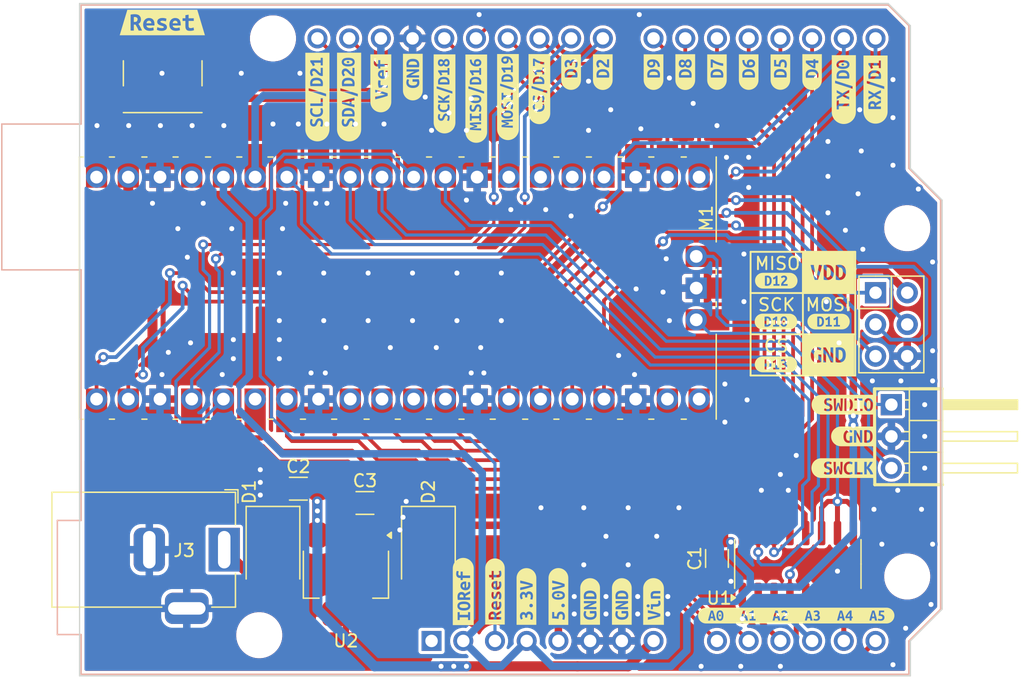
<source format=kicad_pcb>
(kicad_pcb (version 20241229) (generator "pcbnew") (generator_version "9.0")
  (layers (0 "F.Cu" signal) (2 "B.Cu" signal) (13 "F.Paste" user) (15 "B.Paste" user) (5 "F.SilkS" user "F.Silkscreen") (7 "B.SilkS" user "B.Silkscreen") (1 "F.Mask" user) (3 "B.Mask" user) (25 "Edge.Cuts" user))
  (net 0 "")
  (net 1 "VDD")
  (net 2 "GND")
  (net 3 "Net-(M1-GP26)")
  (net 4 "Net-(M1-GP27)")
  (net 5 "Net-(M1-GP28)")
  (net 7 "nRESET")
  (net 8 "VREF")
  (net 10 "VIN")
  (net 11 "Net-(A1-A0)")
  (net 12 "Net-(A1-A1)")
  (net 13 "Net-(A1-A4)")
  (net 14 "Net-(A1-A3)")
  (net 16 "Net-(A1-A2)")
  (net 17 "Net-(A1-A5)")
  (net 18 "GP20")
  (net 19 "GP6")
  (net 20 "GP18")
  (net 21 "GP4")
  (net 22 "GP7")
  (net 23 "GP0")
  (net 24 "GP16")
  (net 25 "GP9")
  (net 26 "GP17")
  (net 27 "GP21")
  (net 28 "GP19")
  (net 29 "GP5")
  (net 30 "GP3")
  (net 31 "GP2")
  (net 32 "GP1")
  (net 33 "GP8")
  (net 34 "GP14")
  (net 35 "GP15")
  (net 36 "GP22")
  (net 37 "GP11")
  (net 38 "GP12")
  (net 39 "GP10")
  (net 40 "GP13")
  (net 41 "+5V")
  (net 42 "Net-(D2-A)")
  (net 43 "Net-(D1-A)")
  (net 45 "SWCLK")
  (net 46 "SWDIO")
  (footprint "kibuzzard-6811E80A" (layer "F.Cu") (at 135.56 102.7 90)
    (property "Reference" "kibuzzard-6811E80A" (hide yes))
    (property "Value" "G***" (hide yes))
  )
  (footprint "kibuzzard-6811EEF0" (layer "F.Cu") (at 91.1354 98.73)
    (property "Reference" "kibuzzard-6811EEF0" (hide yes))
    (property "Value" "G***" (hide yes))
  )
  (footprint "kibuzzard-6811ED4D" (layer "F.Cu") (at 121.336 104.064 90)
    (property "Reference" "kibuzzard-6811ED4D" (hide yes))
    (property "Value" "G***" (hide yes))
  )
  (footprint "Capacitor_SMD:C_1206_3216Metric_Pad1.33x1.80mm_HandSolder" (layer "F.Cu") (at 135.56 141.656 -90)
    (property "Reference" "C1")
    (property "Value" "100nF")
  )
  (footprint "Package_TO_SOT_SMD:SOT-223-3_TabPin2" (layer "F.Cu") (at 105.842 142.926 -90)
    (property "Reference" "U2")
    (property "Value" "TLV1117-5.0")
  )
  (footprint "MountingHole:MountingHole_3.2mm_M3_DIN965" (layer "F.Cu") (at 150.8 115.2)
    (property "Reference" "H2" (hide yes))
    (property "Value" "MountingHole")
  )
  (footprint "kibuzzard-6811E8EF" (layer "F.Cu") (at 145.7 129.337)
    (property "Reference" "kibuzzard-6811E8EF" (hide yes))
    (property "Value" "G***" (hide yes))
  )
  (footprint "kibuzzard-681112FC" (layer "F.Cu") (at 144.5008 122.6822)
    (property "Reference" "kibuzzard-681112FC" (hide yes))
    (property "Value" "G***" (hide yes))
  )
  (footprint "kibuzzard-68111301" (layer "F.Cu") (at 140.2844 126.109049)
    (property "Reference" "kibuzzard-68111301" (hide yes))
    (property "Value" "G***" (hide yes))
  )
  (footprint "kibuzzard-6811E822" (layer "F.Cu") (at 143.18 102.7 90)
    (property "Reference" "kibuzzard-6811E822" (hide yes))
    (property "Value" "G***" (hide yes))
  )
  (footprint "kibuzzard-6811ECDC" (layer "F.Cu") (at 106.096 104.699 90)
    (property "Reference" "kibuzzard-6811ECDC" (hide yes))
    (property "Value" "G***" (hide yes))
  )
  (footprint "kibuzzard-681112F5" (layer "F.Cu") (at 140.2844 122.6822)
    (property "Reference" "kibuzzard-681112F5" (hide yes))
    (property "Value" "G***" (hide yes))
  )
  (footprint "Library:RaspberryPi_Pico" (layer "F.Cu") (at 110 120 90)
    (property "Reference" "M1")
    (property "Value" "Module_RaspberryPi_PicoW_Combined")
  )
  (footprint "kibuzzard-6811E8BA" (layer "F.Cu") (at 130.48 145.1 90)
    (property "Reference" "kibuzzard-6811E8BA" (hide yes))
    (property "Value" "G***" (hide yes))
  )
  (footprint "kibuzzard-6811E8A2" (layer "F.Cu") (at 122.86 144.7 90)
    (property "Reference" "kibuzzard-6811E8A2" (hide yes))
    (property "Value" "G***" (hide yes))
  )
  (footprint "Connector_BarrelJack:BarrelJack_Horizontal" (layer "F.Cu") (at 96.094 140.9525)
    (property "Reference" "J3")
    (property "Value" "Barrel_Jack_Switch")
  )
  (footprint "kibuzzard-681112EB" (layer "F.Cu") (at 140.3098 119.4056)
    (property "Reference" "kibuzzard-681112EB" (hide yes))
    (property "Value" "G***" (hide yes))
  )
  (footprint "Diode_SMD:D_SMB" (layer "F.Cu") (at 112.446 141.148 -90)
    (property "Reference" "D2")
    (property "Value" "~")
  )
  (footprint "MountingHole:MountingHole_3.2mm_M3_DIN965" (layer "F.Cu") (at 98.9 147.8)
    (property "Reference" "H4" (hide yes))
    (property "Value" "MountingHole")
  )
  (footprint "Library:Button_Omron_B3SN_6.0x6.0mm" (layer "F.Cu") (at 91.166 102.794 180)
    (property "Reference" "SW1" (hide yes))
    (property "Value" "Switch_Tactile_Omron")
  )
  (footprint "kibuzzard-6811E7BB" (layer "F.Cu") (at 108.636 103.6 90)
    (property "Reference" "kibuzzard-6811E7BB" (hide yes))
    (property "Value" "G***" (hide yes))
  )
  (footprint "Connector_PinHeader_2.54mm:PinHeader_1x03_P2.54mm_Horizontal" (layer "F.Cu") (at 149.53 129.337)
    (property "Reference" "J2" (hide yes))
    (property "Value" "Conn_01x03_Pin")
  )
  (footprint "kibuzzard-6811ED69" (layer "F.Cu") (at 145.72 104.1 90)
    (property "Reference" "kibuzzard-6811ED69" (hide yes))
    (property "Value" "G***" (hide yes))
  )
  (footprint "kibuzzard-68111259" (layer "F.Cu") (at 141.91 146.228)
    (property "Reference" "kibuzzard-68111259" (hide yes))
    (property "Value" "G***" (hide yes))
  )
  (footprint "kibuzzard-6811E88B" (layer "F.Cu") (at 115.24 144.3 90)
    (property "Reference" "kibuzzard-6811E88B" (hide yes))
    (property "Value" "G***" (hide yes))
  )
  (footprint "Diode_SMD:D_SMB" (layer "F.Cu") (at 100 141.148 -90)
    (property "Reference" "D1")
    (property "Value" "~")
  )
  (footprint "Capacitor_SMD:C_1206_3216Metric_Pad1.33x1.80mm_HandSolder" (layer "F.Cu") (at 102.032 136.068 180)
    (property "Reference" "C2")
    (property "Value" "1uF")
  )
  (footprint "MountingHole:MountingHole_3.2mm_M3_DIN965" (layer "F.Cu") (at 100 100)
    (property "Reference" "H1" (hide yes))
    (property "Value" "MountingHole")
  )
  (footprint "kibuzzard-68113590" (layer "F.Cu") (at 144.4754 118.7452)
    (property "Reference" "kibuzzard-68113590" (hide yes))
    (property "Value" "G***" (hide yes))
  )
  (footprint "kibuzzard-6811E7FD" (layer "F.Cu") (at 130.48 102.7 90)
    (property "Reference" "kibuzzard-6811E7FD" (hide yes))
    (property "Value" "G***" (hide yes))
  )
  (footprint "kibuzzard-6811E89B" (layer "F.Cu") (at 120.3 144.7 90)
    (property "Reference" "kibuzzard-6811E89B" (hide yes))
    (property "Value" "G***" (hide yes))
  )
  (footprint "kibuzzard-681135A2" (layer "F.Cu") (at 144.4754 125.3492)
    (property "Reference" "kibuzzard-681135A2" (hide yes))
    (property "Value" "G***" (hide yes))
  )
  (footprint "kibuzzard-6811E805" (layer "F.Cu") (at 133.02 102.7 90)
    (property "Reference" "kibuzzard-6811E805" (hide yes))
    (property "Value" "G***" (hide yes))
  )
  (footprint "kibuzzard-6811ED70" (layer "F.Cu") (at 148.26 104.1 90)
    (property "Reference" "kibuzzard-6811ED70" (hide yes))
    (property "Value" "G***" (hide yes))
  )
  (footprint "Capacitor_SMD:C_1206_3216Metric_Pad1.33x1.80mm_HandSolder" (layer "F.Cu") (at 107.366 137.211)
    (property "Reference" "C3")
    (property "Value" "1uF")
  )
  (footprint "kibuzzard-6811E8B1" (layer "F.Cu") (at 127.94 145.1 90)
    (property "Reference" "kibuzzard-6811E8B1" (hide yes))
    (property "Value" "G***" (hide yes))
  )
  (footprint "kibuzzard-6811E8E7" (layer "F.Cu") (at 146.5 131.877)
    (property "Reference" "kibuzzard-6811E8E7" (hide yes))
    (property "Value" "G***" (hide yes))
  )
  (footprint "kibuzzard-6811E893" (layer "F.Cu") (at 117.78 144.3 90)
    (property "Reference" "kibuzzard-6811E893" (hide yes))
    (property "Value" "G***" (hide yes))
  )
  (footprint "kibuzzard-6811ED38" (layer "F.Cu") (at 113.74 104.445 90)
    (property "Reference" "kibuzzard-6811ED38" (hide yes))
    (property "Value" "G***" (hide yes))
  )
  (footprint "kibuzzard-6811ED2E" (layer "F.Cu") (at 116.28 104.826 90)
    (property "Reference" "kibuzzard-6811ED2E" (hide yes))
    (property "Value" "G***" (hide yes))
  )
  (footprint "kibuzzard-6811E813" (layer "F.Cu") (at 138.1 102.7 90)
    (property "Reference" "kibuzzard-6811E813" (hide yes))
    (property "Value" "G***" (hide yes))
  )
  (footprint "kibuzzard-6811E84F" (layer "F.Cu") (at 126.416 102.7 90)
    (property "Reference" "kibuzzard-6811E84F" (hide yes))
    (property "Value" "G***" (hide yes))
  )
  (footprint "kibuzzard-6811ECD5" (layer "F.Cu") (at 103.556 104.699 90)
    (property "Reference" "kibuzzard-6811ECD5" (hide yes))
    (property "Value" "G***" (hide yes))
  )
  (footprint "Connector_PinHeader_2.54mm:PinHeader_2x03_P2.54mm_Vertical" (layer "F.Cu") (at 148.26 120.37)
    (property "Reference" "J1" (hide yes))
    (property "Value" "Conn_02x03_Odd_Even")
  )
  (footprint "kibuzzard-6811E81B" (layer "F.Cu") (at 140.64 102.7 90)
    (property "Reference" "kibuzzard-6811E81B" (hide yes))
    (property "Value" "G***" (hide yes))
  )
  (footprint "kibuzzard-6811E907" (layer "F.Cu") (at 145.7 134.417)
    (property "Reference" "kibuzzard-6811E907" (hide yes))
    (property "Value" "G***" (hide yes))
  )
  (footprint "kibuzzard-6811E8AA" (layer "F.Cu") (at 125.4 145.1 90)
    (property "Reference" "kibuzzard-6811E8AA" (hide yes))
    (property "Value" "G***" (hide yes))
  )
  (footprint "kibuzzard-6811E7F6" (layer "F.Cu") (at 123.876 102.7 90)
    (property "Reference" "kibuzzard-6811E7F6" (hide yes))
    (property "Value" "G***" (hide yes))
  )
  (footprint "kibuzzard-6811ED44" (layer "F.Cu") (at 118.82 104.699 90)
    (property "Reference" "kibuzzard-6811ED44" (hide yes))
    (property "Value" "G***" (hide yes))
  )
  (footprint "Package_SO:SOIC-16_3.9x9.9mm_P1.27mm" (layer "F.Cu") (at 142.037 142.099 90)
    (property "Reference" "U1")
    (property "Value" "SN74LV4053ADR")
  )
  (footprint "MountingHole:MountingHole_3.2mm_M3_DIN965" (layer "F.Cu") (at 150.8 143.1)
    (property "Reference" "H3" (hide yes))
    (property "Value" "MountingHole")
  )
  (footprint "kibuzzard-6811E7CA" (layer "F.Cu") (at 111.2 103.1 90)
    (property "Reference" "kibuzzard-6811E7CA" (hide yes))
    (property "Value" "G***" (hide yes))
  )
  (footprint "Module:Arduino_UNO_R3" (layer "B.Cu") (at 112.7 148.26)
    (property "Reference" "A1" (hide yes))
    (property "Value" "Arduino_Leonardo")
  )
  (gr_line (start 138.2524 120.3962) (end 146.6344 120.3962) (stroke (width 0.15)) (layer "F.SilkS"))
  (gr_line (start 138.2524 123.6982) (end 146.6344 123.6982) (stroke (width 0.15)) (layer "F.SilkS"))
  (gr_line (start 146.93 120.37) (end 146.93 121.64) (stroke (width 0.127)) (layer "F.SilkS"))
  (gr_line (start 148.175 128.067) (end 153.6 128.067) (stroke (width 0.25)) (layer "F.SilkS"))
  (gr_line (start 148.2 135.747) (end 153.63 135.747) (stroke (width 0.25)) (layer "F.SilkS"))
  (gr_line (start 148.26 119.04) (end 149.53 119.04) (stroke (width 0.127)) (layer "F.SilkS"))
  (gr_line (start 148.175 128.067) (end 148.2 135.747) (stroke (width 0.25)) (layer "F.SilkS"))
  (gr_line (start 142.4434 117.0942) (end 142.4434 127.0002) (stroke (width 0.15)) (layer "F.SilkS"))
  (gr_line (start 146.6344 127.0002) (end 146.6344 117.0942) (stroke (width 0.15)) (layer "F.SilkS"))
  (gr_line (start 138.2524 117.0942) (end 138.2524 127.0002) (stroke (width 0.15)) (layer "F.SilkS"))
  (gr_line (start 146.6344 127.0002) (end 138.2524 127.0002) (stroke (width 0.15)) (layer "F.SilkS"))
  (gr_line (start 146.6344 117.0942) (end 138.2524 117.0942) (stroke (width 0.15)) (layer "F.SilkS"))
  (gr_line (start 151.054 148.26) (end 153.594 145.72) (stroke (width 0.1)) (layer "Edge.Cuts"))
  (gr_line (start 151.054 151.054) (end 151.054 148.26) (stroke (width 0.1)) (layer "Edge.Cuts"))
  (gr_line (start 153.594 112.954) (end 151.054 110.414) (stroke (width 0.1)) (layer "Edge.Cuts"))
  (gr_line (start 84.506 151.054) (end 151.054 151.054) (stroke (width 0.1)) (layer "Edge.Cuts"))
  (gr_line (start 151.054 110.414) (end 151.054 98.984) (stroke (width 0.1)) (layer "Edge.Cuts"))
  (gr_line (start 84.506 97.206) (end 84.506 151.054) (stroke (width 0.1)) (layer "Edge.Cuts"))
  (gr_line (start 153.594 145.72) (end 153.594 112.954) (stroke (width 0.1)) (layer "Edge.Cuts"))
  (gr_line (start 149.276 97.206) (end 84.506 97.206) (stroke (width 0.1)) (layer "Edge.Cuts"))
  (gr_line (start 151.054 98.984) (end 149.276 97.206) (stroke (width 0.1)) (layer "Edge.Cuts"))
  (gr_text "SCK" (at 138.7604 121.9202 0) (layer "F.SilkS") (effects (font (size 1 1)) (justify left bottom)))
  (gr_text "MOSI" (at 142.5704 121.9202 0) (layer "F.SilkS") (effects (font (size 1 1)) (justify left bottom)))
  (gr_text "MISO" (at 138.5064 118.6182 0) (layer "F.SilkS") (effects (font (size 1 1)) (justify left bottom)))
  (gr_text "CS" (at 139.220103 125.2222 0) (layer "F.SilkS") (effects (font (size 1 1)) (justify left bottom)))
  (segment (start 135.56 139.0652) (end 135.56 140.3475) (width 0.3) (layer "F.Cu") (net 1))
  (segment (start 135.814 138.8112) (end 135.56 139.0652) (width 0.3) (layer "F.Cu") (net 1))
  (segment (start 137.592 139.624) (end 137.592 138.9636) (width 0.3) (layer "F.Cu") (net 1))
  (segment (start 137.4396 138.8112) (end 135.814 138.8112) (width 0.3) (layer "F.Cu") (net 1))
  (segment (start 147.117 118.542) (end 148.972 118.542) (width 0.6) (layer "F.Cu") (net 1))
  (segment (start 135.56 140.3475) (end 136.6653 140.3475) (width 0.8) (layer "F.Cu") (net 1))
  (segment (start 146.482 130.226) (end 146.482 119.177) (width 0.6) (layer "F.Cu") (net 1))
  (segment (start 146.482 119.177) (end 147.117 118.542) (width 0.6) (layer "F.Cu") (net 1))
  (segment (start 137.592 138.9636) (end 137.4396 138.8112) (width 0.3) (layer "F.Cu") (net 1))
  (segment (start 136.6653 140.3475) (end 136.6776 140.3352) (width 0.8) (layer "F.Cu") (net 1))
  (segment (start 146.482 130.226) (end 146.482 130.988) (width 0.6) (layer "F.Cu") (net 1))
  (segment (start 148.972 118.542) (end 150.8 120.37) (width 0.6) (layer "F.Cu") (net 1))
  (via (at 146.482 130.226) (size 0.8) (drill 0.4) (layers "F.Cu" "B.Cu") (net 1))
  (via (at 136.6776 140.3352) (size 0.8) (drill 0.4) (layers "F.Cu" "B.Cu") (net 1))
  (via (at 146.482 130.988) (size 0.8) (drill 0.4) (layers "F.Cu" "B.Cu") (net 1))
  (segment (start 100.762 133.274) (end 115.24 133.274) (width 0.6) (layer "B.Cu") (net 1))
  (segment (start 115.24 148.26) (end 117.272 150.292) (width 0.6) (layer "B.Cu") (net 1))
  (segment (start 138.227 143.942) (end 137.084 145.085) (width 0.6) (layer "B.Cu") (net 1))
  (segment (start 97.333 129.845) (end 100.762 133.274) (width 0.6) (layer "B.Cu") (net 1))
  (segment (start 97.2822 127.8638) (end 97.333 127.813) (width 0.25) (layer "B.Cu") (net 1))
  (segment (start 138.227 142.926) (end 138.227 143.942) (width 0.6) (layer "B.Cu") (net 1))
  (segment (start 98.095 114.605) (end 98.095 127.051) (width 0.6) (layer "B.Cu") (net 1))
  (segment (start 96.03 112.54) (end 98.095 114.605) (width 0.6) (layer "B.Cu") (net 1))
  (segment (start 146.482 130.988) (end 146.482 130.226) (width 0.6) (layer "B.Cu") (net 1))
  (segment (start 116.764 134.798) (end 116.764 146.736) (width 0.6) (layer "B.Cu") (net 1))
  (segment (start 136.6776 140.3352) (end 136.6776 141.3766) (width 0.6) (layer "B.Cu") (net 1))
  (segment (start 118.288 150.292) (end 120.32 148.26) (width 0.6) (layer "B.Cu") (net 1))
  (segment (start 122.352 150.292) (end 120.32 148.26) (width 0.6) (layer "B.Cu") (net 1))
  (segment (start 134.29 145.085) (end 133.147 146.228) (width 0.6) (layer "B.Cu") (net 1))
  (segment (start 146.482 130.988) (end 146.482 139.624) (width 0.6) (layer "B.Cu") (net 1))
  (segment (start 96.03 111.11) (end 96.03 112.54) (width 0.6) (layer "B.Cu") (net 1))
  (segment (start 136.6776 141.3766) (end 138.227 142.926) (width 0.6) (layer "B.Cu") (net 1))
  (segment (start 97.2822 129.7942) (end 97.2822 127.8638) (width 0.25) (layer "B.Cu") (net 1))
  (segment (start 137.084 145.085) (end 134.29 145.085) (width 0.6) (layer "B.Cu") (net 1))
  (segment (start 142.164 143.942) (end 138.227 143.942) (width 0.6) (layer "B.Cu") (net 1))
  (segment (start 98.095 127.051) (end 97.333 127.813) (width 0.6) (layer "B.Cu") (net 1))
  (segment (start 146.482 139.624) (end 142.164 143.942) (width 0.6) (layer "B.Cu") (net 1))
  (segment (start 97.333 129.845) (end 97.2822 129.7942) (width 0.25) (layer "B.Cu") (net 1))
  (segment (start 133.147 146.228) (end 133.147 149.022) (width 0.6) (layer "B.Cu") (net 1))
  (segment (start 117.272 150.292) (end 118.288 150.292) (width 0.6) (layer "B.Cu") (net 1))
  (segment (start 116.764 146.736) (end 115.24 148.26) (width 0.6) (layer "B.Cu") (net 1))
  (segment (start 131.877 150.292) (end 122.352 150.292) (width 0.6) (layer "B.Cu") (net 1))
  (segment (start 133.147 149.022) (end 131.877 150.292) (width 0.6) (layer "B.Cu") (net 1))
  (segment (start 115.24 133.274) (end 116.764 134.798) (width 0.6) (layer "B.Cu") (net 1))
  (segment (start 146.482 143.18) (end 146.482 144.574) (width 0.4) (layer "F.Cu") (net 2))
  (segment (start 108.9285 137.6805) (end 108.9285 137.211) (width 0.6) (layer "F.Cu") (net 2))
  (segment (start 108.128 138.481) (end 108.9285 137.6805) (width 0.6) (layer "F.Cu") (net 2))
  (segment (start 143.942 143.18) (end 144.45 142.672) (width 0.4) (layer "F.Cu") (net 2))
  (segment (start 135.56 143.4725) (end 136.6653 143.4725) (width 0.8) (layer "F.Cu") (net 2))
  (segment (start 145.974 142.672) (end 146.482 143.18) (width 0.4) (layer "F.Cu") (net 2))
  (segment (start 144.45 142.672) (end 145.212 142.672) (width 0.4) (layer "F.Cu") (net 2))
  (segment (start 108.128 139.762) (end 108.128 138.481) (width 0.6) (layer "F.Cu") (net 2))
  (segment (start 145.212 142.672) (end 145.974 142.672) (width 0.4) (layer "F.Cu") (net 2))
  (segment (start 108.142 139.776) (end 108.128 139.762) (width 0.6) (layer "F.Cu") (net 2))
  (segment (start 136.6653 143.4725) (end 136.6776 143.4848) (width 0.8) (layer "F.Cu") (net 2))
  (segment (start 143.942 144.574) (end 143.942 143.18) (width 0.4) (layer "F.Cu") (net 2))
  (segment (start 145.212 144.574) (end 145.212 142.672) (width 0.4) (layer "F.Cu") (net 2))
  (via (at 152.197 134.417) (size 0.8) (drill 0.4) (layers "F.Cu" "B.Cu") (net 2))
  (via (at 129.21 144.704) (size 0.8) (drill 0.4) (layers "F.Cu" "B.Cu") (net 2))
  (via (at 147.244 116.891) (size 0.8) (drill 0.4) (layers "F.Cu" "B.Cu") (net 2))
  (via (at 93.523 106.985) (size 0.8) (drill 0.4) (layers "F.Cu" "B.Cu") (net 2))
  (via (at 152.832 125.019) (size 0.8) (drill 0.4) (layers "F.Cu" "B.Cu") (net 2))
  (via (at 109.398 124.765) (size 0.8) (drill 0.4) (layers "F.Cu" "B.Cu") (net 2))
  (via (at 106.604 106.858) (size 0.8) (drill 0.4) (layers "F.Cu" "B.Cu") (net 2))
  (via (at 93.142 117.526) (size 0.8) (drill 0.4) (layers "F.Cu" "B.Cu") (net 2))
  (via (at 125.273 103.429) (size 0.8) (drill 0.4) (layers "F.Cu" "B.Cu") (net 2))
  (via (at 105.842 124.765) (size 0.8) (drill 0.4) (layers "F.Cu" "B.Cu") (net 2))
  (via (at 104.064 118.796) (size 0.8) (drill 0.4) (layers "F.Cu" "B.Cu") (net 2))
  (via (at 91.11 102.794) (size 0.8) (drill 0.4) (layers "F.Cu" "B.Cu") (net 2))
  (via (at 149.657 110.16) (size 0.8) (drill 0.4) (layers "F.Cu" "B.Cu") (net 2))
  (via (at 152.197 129.337) (size 0.8) (drill 0.4) (layers "F.Cu" "B.Cu") (net 2))
  (via (at 130.734 139.878) (size 0.8) (drill 0.4) (layers "F.Cu" "B.Cu") (net 2))
  (via (at 124.13 146.101) (size 0.8) (drill 0.4) (layers "F.Cu" "B.Cu") (net 2))
  (via (at 144.45 111.049) (size 0.8) (drill 0.4) (layers "F.Cu" "B.Cu") (net 2))
  (via (at 103.048 126.797) (size 0.8) (drill 0.4) (layers "F.Cu" "B.Cu") (net 2))
  (via (at 96.825 125.654) (size 0.8) (drill 0.4) (layers "F.Cu" "B.Cu") (net 2))
  (via (at 112.7 107.366) (size 0.8) (drill 0.4) (layers "F.Cu" "B.Cu") (net 2))
  (via (at 131.242 120.32) (size 0.8) (drill 0.4) (layers "F.Cu" "B.Cu") (net 2))
  (via (at 100.508 124.13) (size 0.8) (drill 0.4) (layers "F.Cu" "B.Cu") (net 2))
  (via (at 150.038 136.195) (size 0.8) (drill 0.4) (layers "F.Cu" "B.Cu") (net 2))
  (via (at 98.984 135.56) (size 0.8) (drill 0.4) (layers "F.Cu" "B.Cu") (net 2))
  (via (at 145.212 142.672) (size 0.8) (drill 0.4) (layers "F.Cu" "B.Cu") (net 2))
  (via (at 148.133 137.719) (size 0.8) (drill 0.4) (layers "F.Cu" "B.Cu") (net 2))
  (via (at 92.38 115.24) (size 0.8) (drill 0.4) (layers "F.Cu" "B.Cu") (net 2))
  (via (at 140.64 134.925) (size 0.8) (drill 0.4) (layers "F.Cu" "B.Cu") (net 2))
  (via (at 96.825 124.13) (size 0.8) (drill 0.4) (layers "F.Cu" "B.Cu") (net 2))
  (via (at 137.719 117.272) (size 0.8) (drill 0.4) (layers "F.Cu" "B.Cu") (net 2))
  (via (at 125.273 107.366) (size 0.8) (drill 0.4) (layers "F.Cu" "B.Cu") (net 2))
  (via (at 93.396 124.384) (size 0.8) (drill 0.4) (layers "F.Cu" "B.Cu") (net 2))
  (via (at 115.875 126.797) (size 0.8) (drill 0.4) (layers "F.Cu" "B.Cu") (net 2))
  (via (at 152.197 131.877) (size 0.8) (drill 0.4) (layers "F.Cu" "B.Cu") (net 2))
  (via (at 108.89 106.858) (size 0.8) (drill 0.4) (layers "F.Cu" "B.Cu") (net 2))
  (via (at 138.1 109.525) (size 0.8) (drill 0.4) (layers "F.Cu" "B.Cu") (net 2))
  (via (at 129.464 107.239) (size 0.8) (drill 0.4) (layers "F.Cu" "B.Cu") (net 2))
  (via (at 115.494 107.366) (size 0.8) (drill 0.4) (layers "F.Cu" "B.Cu") (net 2))
  (via (at 128.956 126.924) (size 0.8) (drill 0.4) (layers "F.Cu" "B.Cu") (net 2))
  (via (at 138.1 111.938) (size 0.8) (drill 0.4) (layers "F.Cu" "B.Cu") (net 2))
  (via (at 137.465 150.292) (size 0.8) (drill 0.4) (layers "F.Cu" "B.Cu") (net 2))
  (via (at 85.903 106.985) (size 0.8) (drill 0.4) (layers "F.Cu" "B.Cu") (net 2))
  (via (at 110.16 139.37) (size 0.8) (drill 0.4) (layers "F.Cu" "B.Cu") (net 2))
  (via (at 137.719 121.082) (size 0.8) (drill 0.4) (layers "F.Cu" "B.Cu") (net 2))
  (via (at 137.973 128.956) (size 0.8) (drill 0.4) (layers "F.Cu" "B.Cu") (net 2))
  (via (at 129.083 120.066) (size 0.8) (drill 0.4) (layers "F.Cu" "B.Cu") (net 2))
  (via (at 100 106.858) (size 0.8) (drill 0.4) (layers "F.Cu" "B.Cu") (net 2))
  (via (at 136.195 127.686) (size 0.8) (drill 0.4) (layers "F.Cu" "B.Cu") (net 2))
  (via (at 96.825 118.796) (size 0.8) (drill 0.4) (layers "F.Cu" "B.Cu") (net 2))
  (via (at 113.081 124.765) (size 0.8) (drill 0.4) (layers "F.Cu" "B.Cu") (net 2))
  (via (at 100.508 125.654) (size 0.8) (drill 0.4) (layers "F.Cu" "B.Cu") (net 2))
  (via (at 131.623 146.101) (size 0.8) (drill 0.4) (layers "F.Cu" "B.Cu") (net 2))
  (via (at 124.892 142.164) (size 0.8) (drill 0.4) (layers "F.Cu" "B.Cu") (net 2))
  (via (at 118.288 118.796) (size 0.8) (drill 0.4) (layers "F.Cu" "B.Cu") (net 2))
  (via (at 91.618 125.146) (size 0.8) (drill 0.4) (layers "F.Cu" "B.Cu") (net 2))
  (via (at 100.508 122.606) (size 0.8) (drill 0.4) (layers "F.Cu" "B.Cu") (net 2))
  (via (at 107.62 122.606) (size 0.8) (drill 0.4) (layers "F.Cu" "B.Cu") (net 2))
  (via (at 127.051 105.715) (size 0.8) (drill 0.4) (layers "F.Cu" "B.Cu") (net 2))
  (via (at 121.463 137.592) (size 0.8) (drill 0.4) (layers "F.Cu" "B.Cu") (net 2))
  (via (at 139.116 136.195) (size 0.8) (drill 0.4) (layers "F.Cu" "B.Cu") (net 2))
  (via (at 131.75 122.606) (size 0.8) (drill 0.4) (layers "F.Cu" "B.Cu") (net 2))
  (via (at 116.637 124.765) (size 0.8) (drill 0.4) (layers "F.Cu" "B.Cu") (net 2))
  (via (at 127.686 125.4) (size 0.8) (drill 0.4) (layers "F.Cu" "B.Cu") (net 2))
  (via (at 116.891 126.797) (size 0.8) (drill 0.4) (layers "F.Cu" "B.Cu") (net 2))
  (via (at 111.176 122.606) (size 0.8) (drill 0.4) (layers "F.Cu" "B.Cu") (net 2))
  (via (at 118.288 122.606) (size 0.8) (drill 0.4) (layers "F.Cu" "B.Cu") (net 2))
  (via (at 116.51 98.095) (size 0.8) (drill 0.4) (layers "F.Cu" "B.Cu") (net 2))
  (via (at 146.863 112.446) (size 0.8) (drill 0.4) (layers "F.Cu" "B.Cu") (net 2))
  (via (at 149.657 103.302) (size 0.8) (drill 0.4) (layers "F.Cu" "B.Cu") (net 2))
  (via (at 114.097 105.969) (size 0.8) (drill 0.4) (layers "F.Cu" "B.Cu") (net 2))
  (via (at 129.337 98.095) (size 0.8) (drill 0.4) (layers "F.Cu" "B.Cu") (net 2))
  (via (at 90.983 106.985) (size 0.8) (drill 0.4) (layers "F.Cu" "B.Cu") (net 2))
  (via (at 107.62 118.796) (size 0.8) (drill 0.4) (layers "F.Cu" "B.Cu") (net 2))
  (via (at 141.275 136.195) (size 0.8) (drill 0.4) (layers "F.Cu" "B.Cu") (net 2))
  (via (at 110.414 138.354) (size 0.8) (drill 0.4) (layers "F.Cu" "B.Cu") (net 2))
  (via (at 152.705 145.339) (size 0.8) (drill 0.4) (layers "F.Cu" "B.Cu") (net 2))
  (via (at 136.195 130.734) (size 0.8) (drill 0.4) (layers "F.Cu" "B.Cu") (net 2))
  (via (at 114.732 118.796) (size 0.8) (drill 0.4) (layers "F.Cu" "B.Cu") (net 2))
  (via (at 104.064 122.606) (size 0.8) (drill 0.4) (layers "F.Cu" "B.Cu") (net 2))
  (via (at 90.348 113.208) (size 0.8) (drill 0.4) (layers "F.Cu" "B.Cu") (net 2))
  (via (at 144.45 108.255) (size 0.8) (drill 0.4) (layers "F.Cu" "B.Cu") (net 2))
  (via (at 126.67 144.704) (size 0.8) (drill 0.4) (layers "F.Cu" "B.Cu") (net 2))
  (via (at 135.56 106.985) (size 0.8) (drill 0.4) (layers "F.Cu" "B.Cu") (net 2))
  (via (at 148.768 140.513) (size 0.8) (drill 0.4) (layers "F.Cu" "B.Cu") (net 2))
  (via (at 104.318 113.208) (size 0.8) (drill 0.4) (layers "F.Cu" "B.Cu") (net 2))
  (via (at 124.13 144.704) (size 0.8) (drill 0.4) (layers "F.Cu" "B.Cu") (net 2))
  (via (at 132.512 137.592) (size 0.8) (drill 0.4) (layers "F.Cu" "B.Cu") (net 2))
  (via (at 98.984 136.576) (size 0.8) (drill 0.4) (layers "F.Cu" "B.Cu") (net 2))
  (via (at 104.191 126.797) (size 0.8) (drill 0.4) (layers "F.Cu" "B.Cu") (net 2))
  (via (at 110.668 137.084) (size 0.8) (drill 0.4) (layers "F.Cu" "B.Cu") (net 2))
  (via (at 136.322 109.525) (size 0.8) (drill 0.4) (layers "F.Cu" "B.Cu") (net 2))
  (via (at 101.016 113.208) (size 0.8) (drill 0.4) (layers "F.Cu" "B.Cu") (net 2))
  (via (at 128.448 142.164) (size 0.8) (drill 0.4) (layers "F.Cu" "B.Cu") (net 2))
  (via (at 152.832 140.513) (size 0.8) (drill 0.4) (layers "F.Cu" "B.Cu") (net 2))
  (via (at 149.657 150.165) (size 0.8) (drill 0.4) (layers "F.Cu" "B.Cu") (net 2))
  (via (at 147.117 109.017) (size 0.8) (drill 0.4) (layers "F.Cu" "B.Cu") (net 2))
  (via (at 100.508 118.796) (size 0.8) (drill 0.4) (layers "F.Cu" "B.Cu") (net 2))
  (via (at 146.99 105.715) (size 0.8) (drill 0.4) (layers "F.Cu" "B.Cu") (net 2))
  (via (at 91.11 126.924) (size 0.8) (drill 0.4) (layers "F.Cu" "B.Cu") (net 2))
  (via (at 96.063 106.985) (size 0.8) (drill 0.4) (layers "F.Cu" "B.Cu") (net 2))
  (via (at 100.762 115.24) (size 0.8) (drill 0.4) (layers "F.Cu" "B.Cu") (net 2))
  (via (at 152.832 117.907) (size 0.8) (drill 0.4) (layers "F.Cu" "B.Cu") (net 2))
  (via (at 111.176 118.796) (size 0.8) (drill 0.4) (layers "F.Cu" "B.Cu") (net 2))
  (via (at 123.876 114.224) (size 0.8) (drill 0.4) (layers "F.Cu" "B.Cu") (net 2))
  (via (at 128.448 137.592) (size 0.8) (drill 0.4) (layers "F.Cu" "B.Cu") (net 2))
  (via (at 104.318 106.858) (size 0.8) (drill 0.4) (layers "F.Cu" "B.Cu") (net 2))
  (via (at 140.64 150.292) (size 0.8) (drill 0.4) (layers "F.Cu" "B.Cu") (net 2))
  (via (at 133.655 105.207) (size 0.8) (drill 0.4) (layers "F.Cu" "B.Cu") (net 2))
  (via (at 131.496 117.653) (size 0.8) (drill 0.4) (layers "F.Cu" "B.Cu") (net 2))
  (via (at 151.689 112.065) (size 0.8) (drill 0.4) (layers "F.Cu" "B.Cu") (net 2))
  (via (at 96.698 115.24) (size 0.8) (drill 0.4) (layers "F.Cu" "B.Cu") (net 2))
  (via (at 149.657 106.35) (size 0.8) (drill 0.4) (layers "F.Cu" "B.Cu") (net 2))
  (via (at 126.67 146.101) (size 0.8) (drill 0.4) (layers "F.Cu" "B.Cu") (net 2))
  (via (at 119.05 113.716) (size 0.8) (drill 0.4) (layers "F.Cu" "B.Cu") (net 2))
  (via (at 144.323 121.082) (size 0.8) (drill 0.4) (layers "F.Cu" "B.Cu") (net 2))
  (via (at 131.75 103.175) (size 0.8) (drill 0.4) (layers "F.Cu" "B.Cu") (net 2))
  (via (at 112.192 104.699) (size 0.8) (drill 0.4) (layers "F.Cu" "B.Cu") (net 2))
  (via (at 136.6776 143.4848) (size 0.8) (drill 0.4) (layers "F.Cu" "B.Cu") (net 2))
  (via (at 148.006 127.432) (size 0.8) (drill 0.4) (layers "F.Cu" "B.Cu") (net 2))
  (via (at 102.159 102.794) (size 0.8) (drill 0.4) (layers "F.Cu" "B.Cu") (net 2))
  (via (at 126.67 139.878) (size 0.8) (drill 0.4) (layers "F.Cu" "B.Cu") (net 2))
  (via (at 94.412 113.208) (size 0.8) (drill 0.4) (layers "F.Cu" "B.Cu") (net 2))
  (via (at 150.673 147.244) (size 0.8) (drill 0.4) (layers "F.Cu" "B.Cu") (net 2))
  (via (at 97.46 102.794) (size 0.8) (drill 0.4) (layers "F.Cu" "B.Cu") (net 2))
  (via (at 103.429 113.208) (size 0.8) (drill 0.4) (layers "F.Cu" "B.Cu") (net 2))
  (via (at 124.892 137.592) (size 0.8) (drill 0.4) (layers "F.Cu" "B.Cu") (net 2))
  (via (at 115.494 112.954) (size 0.8) (drill 0.4) (layers "F.Cu" "B.Cu") (net 2))
  (via (at 151.943 137.719) (size 0.8) (drill 0.4) (layers "F.Cu" "B.Cu") (net 2))
  (via (at 115.875 104.826) (size 0.8) (drill 0.4) (layers "F.Cu" "B.Cu") (net 2))
  (via (at 145.847 115.367) (size 0.8) (drill 0.4) (layers "F.Cu" "B.Cu") (net 2))
  (via (at 102.032 106.858) (size 0.8) (drill 0.4) (layers "F.Cu" "B.Cu") (net 2))
  (via (at 88.443 106.985) (size 0.8) (drill 0.4) (layers "F.Cu" "B.Cu") (net 2))
  (via (at 134.29 150.292) (size 0.8) (drill 0.4) (layers "F.Cu" "B.Cu") (net 2))
  (via (at 141.91 133.401) (size 0.8) (drill 0.4) (layers "F.Cu" "B.Cu") (net 2))
  (via (at 152.832 127.432) (size 0.8) (drill 0.4) (layers "F.Cu" "B.Cu") (net 2))
  (via (at 129.21 146.101) (size 0.8) (drill 0.4) (layers "F.Cu" "B.Cu") (net 2))
  (via (at 131.623 144.704) (size 0.8) (drill 0.4) (layers "F.Cu" "B.Cu") (net 2))
  (via (at 98.984 134.544) (size 0.8) (drill 0.4) (layers "F.Cu" "B.Cu") (net 2))
  (via (at 145.339 124.384) (size 0.8) (drill 0.4) (layers "F.Cu" "B.Cu") (net 2))
  (via (at 95.936 126.924) (size 0.8) (drill 0.4) (layers "F.Cu" "B.Cu") (net 2))
  (via (at 144.45 113.97) (size 0.8) (drill 0.4) (layers "F.Cu" "B.Cu") (net 2))
  (via (at 114.732 122.606) (size 0.8) (drill 0.4) (layers "F.Cu" "B.Cu") (net 2))
  (via (at 121.844 113.716) (size 0.8) (drill 0.4) (layers "F.Cu" "B.Cu") (net 2))
  (via (at 150.292 127.432) (size 0.8) (drill 0.4) (layers "F.Cu" "B.Cu") (net 2))
  (segment (start 141.402 144.574) (end 141.402 142.926) (width 0.3) (layer "F.Cu") (net 3))
  (via (at 141.402 142.926) (size 0.8) (drill 0.4) (layers "F.Cu" "B.Cu") (net 3))
  (segment (start 110.668 115.748) (end 121.844 115.748) (width 0.25) (layer "B.Cu") (net 3))
  (segment (start 144.45 136.068) (end 143.942 136.576) (width 0.25) (layer "B.Cu") (net 3))
  (segment (start 143.942 140.132) (end 141.402 142.672) (width 0.25) (layer "B.Cu") (net 3))
  (segment (start 121.844 115.748) (end 130.988 124.892) (width 0.25) (layer "B.Cu") (net 3))
  (segment (start 141.402 142.672) (end 141.402 142.926) (width 0.25) (layer "B.Cu") (net 3))
  (segment (start 143.942 136.576) (end 143.942 140.132) (width 0.25) (layer "B.Cu") (net 3))
  (segment (start 140.894 124.892) (end 144.45 128.448) (width 0.25) (layer "B.Cu") (net 3))
  (segment (start 108.73 113.81) (end 110.668 115.748) (width 0.25) (layer "B.Cu") (net 3))
  (segment (start 130.988 124.892) (end 140.894 124.892) (width 0.25) (layer "B.Cu") (net 3))
  (segment (start 108.73 111.11) (end 108.73 113.81) (width 0.25) (layer "B.Cu") (net 3))
  (segment (start 144.45 128.448) (end 144.45 136.068) (width 0.25) (layer "B.Cu") (net 3))
  (segment (start 138.862 139.624) (end 138.862 141.148) (width 0.3) (layer "F.Cu") (net 4))
  (via (at 138.862 141.148) (size 0.8) (drill 0.4) (layers "F.Cu" "B.Cu") (net 4))
  (segment (start 143.18 139.624) (end 140.64 142.164) (width 0.25) (layer "B.Cu") (net 4))
  (segment (start 140.64 142.164) (end 139.116 142.164) (width 0.25) (layer "B.Cu") (net 4))
  (segment (start 108.128 116.51) (end 121.59 116.51) (width 0.25) (layer "B.Cu") (net 4))
  (segment (start 121.59 116.51) (end 130.607 125.527) (width 0.25) (layer "B.Cu") (net 4))
  (segment (start 143.688 128.702) (end 143.688 135.814) (width 0.25) (layer "B.Cu") (net 4))
  (segment (start 143.18 136.322) (end 143.18 139.624) (width 0.25) (layer "B.Cu") (net 4))
  (segment (start 139.116 142.164) (end 138.862 141.91) (width 0.25) (layer "B.Cu") (net 4))
  (segment (start 140.513 125.527) (end 143.688 128.702) (width 0.25) (layer "B.Cu") (net 4))
  (segment (start 130.607 125.527) (end 140.513 125.527) (width 0.25) (layer "B.Cu") (net 4))
  (segment (start 143.688 135.814) (end 143.18 136.322) (width 0.25) (layer "B.Cu") (net 4))
  (segment (start 106.19 114.572) (end 108.128 116.51) (width 0.25) (layer "B.Cu") (net 4))
  (segment (start 138.862 141.91) (end 138.862 141.148) (width 0.25) (layer "B.Cu") (net 4))
  (segment (start 106.19 111.11) (end 106.19 114.572) (width 0.25) (layer "B.Cu") (net 4))
  (segment (start 140.132 139.624) (end 140.132 141.148) (width 0.3) (layer "F.Cu") (net 5))
  (via (at 140.132 141.148) (size 0.8) (drill 0.4) (layers "F.Cu" "B.Cu") (net 5))
  (segment (start 104.699 117.272) (end 121.336 117.272) (width 0.25) (layer "B.Cu") (net 5))
  (segment (start 142.418 139.116) (end 140.386 141.148) (width 0.25) (layer "B.Cu") (net 5))
  (segment (start 102.286 112.286) (end 102.286 114.859) (width 0.25) (layer "B.Cu") (net 5))
  (segment (start 142.926 135.306) (end 142.418 135.814) (width 0.25) (layer "B.Cu") (net 5))
  (segment (start 101.11 111.11) (end 102.286 112.286) (width 0.25) (layer "B.Cu") (net 5))
  (segment (start 102.286 114.859) (end 104.699 117.272) (width 0.25) (layer "B.Cu") (net 5))
  (segment (start 140.386 141.148) (end 140.132 141.148) (width 0.25) (layer "B.Cu") (net 5))
  (segment (start 142.418 135.814) (end 142.418 139.116) (width 0.25) (layer "B.Cu") (net 5))
  (segment (start 140.132 126.162) (end 142.926 128.956) (width 0.25) (layer "B.Cu") (net 5))
  (segment (start 130.226 126.162) (end 140.132 126.162) (width 0.25) (layer "B.Cu") (net 5))
  (segment (start 142.926 128.956) (end 142.926 135.306) (width 0.25) (layer "B.Cu") (net 5))
  (segment (start 121.336 117.272) (end 130.226 126.162) (width 0.25) (layer "B.Cu") (net 5))
  (segment (start 111.27 105.682) (end 111.27 111.11) (width 0.6) (layer "F.Cu") (net 7))
  (segment (start 110.382 104.794) (end 111.27 105.682) (width 0.6) (layer "F.Cu") (net 7))
  (segment (start 87.666 104.794) (end 110.382 104.794) (width 0.6) (layer "F.Cu") (net 7))
  (segment (start 99.873 113.589) (end 98.984 114.478) (width 0.25) (layer "B.Cu") (net 7))
  (segment (start 99.873 130.353) (end 101.524 132.004) (width 0.25) (layer "B.Cu") (net 7))
  (segment (start 111.27 111.11) (end 109.431 109.271) (width 0.25) (layer "B.Cu") (net 7))
  (segment (start 115.748 132.004) (end 117.78 134.036) (width 0.25) (layer "B.Cu") (net 7))
  (segment (start 100.889 109.271) (end 99.873 110.287) (width 0.25) (layer "B.Cu") (net 7))
  (segment (start 98.984 114.478) (end 98.984 127.051) (width 0.25) (layer "B.Cu") (net 7))
  (segment (start 117.78 134.036) (end 117.78 148.26) (width 0.25) (layer "B.Cu") (net 7))
  (segment (start 99.873 110.287) (end 99.873 113.589) (width 0.25) (layer "B.Cu") (net 7))
  (segment (start 99.873 127.94) (end 99.873 130.353) (width 0.25) (layer "B.Cu") (net 7))
  (segment (start 101.524 132.004) (end 115.748 132.004) (width 0.25) (layer "B.Cu") (net 7))
  (segment (start 109.431 109.271) (end 100.889 109.271) (width 0.25) (layer "B.Cu") (net 7))
  (segment (start 98.984 127.051) (end 99.873 127.94) (width 0.25) (layer "B.Cu") (net 7))
  (segment (start 98.57 105.24) (end 99.238 104.572) (width 0.6) (layer "B.Cu") (net 8))
  (segment (start 99.238 104.572) (end 107.62 104.572) (width 0.6) (layer "B.Cu") (net 8))
  (segment (start 107.62 104.572) (end 108.64 103.552) (width 0.6) (layer "B.Cu") (net 8))
  (segment (start 98.57 111.11) (end 98.57 105.24) (width 0.6) (layer "B.Cu") (net 8))
  (segment (start 108.64 103.552) (end 108.64 100) (width 0.6) (layer "B.Cu") (net 8))
  (segment (start 103.556 137.098) (end 103.556 139.762) (width 0.8) (layer "F.Cu") (net 10))
  (segment (start 101.016 139.748) (end 103.514 139.748) (width 0.8) (layer "F.Cu") (net 10))
  (segment (start 124.384 150.292) (end 114.478 150.292) (width 0.8) (layer "F.Cu") (net 10))
  (segment (start 103.542 136.1205) (end 103.5945 136.068) (width 0.8) (layer "F.Cu") (net 10))
  (segment (start 128.448 150.292) (end 124.384 150.292) (width 0.8) (layer "F.Cu") (net 10))
  (segment (start 130.48 148.26) (end 128.448 150.292) (width 0.8) (layer "F.Cu") (net 10))
  (segment (start 103.542 137.084) (end 103.556 137.098) (width 0.8) (layer "F.Cu") (net 10))
  (segment (start 114.478 150.292) (end 113.462 150.292) (width 0.8) (layer "F.Cu") (net 10))
  (segment (start 103.542 139.776) (end 103.542 136.1205) (width 0.8) (layer "F.Cu") (net 10))
  (segment (start 100 138.998) (end 99.882 138.998) (width 0.6) (layer "F.Cu") (net 10))
  (via (at 114.478 150.292) (size 0.8) (drill 0.4) (layers "F.Cu" "B.Cu") (net 10))
  (via (at 103.542 137.084) (size 0.8) (drill 0.4) (layers "F.Cu" "B.Cu") (net 10))
  (via (at 115.494 150.292) (size 0.8) (drill 0.4) (layers "F.Cu" "B.Cu") (net 10))
  (via (at 103.556 138.608) (size 0.8) (drill 0.4) (layers "F.Cu" "B.Cu") (net 10))
  (via (at 113.462 150.292) (size 0.8) (drill 0.4) (layers "F.Cu" "B.Cu") (net 10))
  (via (at 103.556 137.846) (size 0.8) (drill 0.4) (layers "F.Cu" "B.Cu") (net 10))
  (segment (start 108.128 150.292) (end 114.478 150.292) (width 0.8) (layer "B.Cu") (net 10))
  (segment (start 114.478 150.292) (end 115.494 150.292) (width 0.8) (layer "B.Cu") (net 10))
  (segment (start 103.556 137.098) (end 103.556 145.72) (width 0.8) (layer "B.Cu") (net 10))
  (segment (start 103.556 145.72) (end 108.128 150.292) (width 0.8) (layer "B.Cu") (net 10))
  (segment (start 103.542 137.084) (end 103.556 137.098) (width 0.8) (layer "B.Cu") (net 10))
  (segment (start 132.766 145.466) (end 135.56 148.26) (width 0.3) (layer "F.Cu") (net 11))
  (segment (start 142.672 139.624) (end 142.672 138.1) (width 0.3) (layer "F.Cu") (net 11))
  (segment (start 142.672 138.1) (end 141.91 137.338) (width 0.3) (layer "F.Cu") (net 11))
  (segment (start 134.798 137.338) (end 132.766 139.37) (width 0.3) (layer "F.Cu") (net 11))
  (segment (start 141.91 137.338) (end 134.798 137.338) (width 0.3) (layer "F.Cu") (net 11))
  (segment (start 132.766 139.37) (end 132.766 145.466) (width 0.3) (layer "F.Cu") (net 11))
  (segment (start 141.148 138.1) (end 135.052 138.1) (width 0.3) (layer "F.Cu") (net 12))
  (segment (start 133.528 139.624) (end 133.528 144.704) (width 0.3) (layer "F.Cu") (net 12))
  (segment (start 136.322 146.482) (end 138.1 148.26) (width 0.3) (layer "F.Cu") (net 12))
  (segment (start 135.052 138.1) (end 133.528 139.624) (width 0.3) (layer "F.Cu") (net 12))
  (segment (start 141.402 138.354) (end 141.148 138.1) (width 0.3) (layer "F.Cu") (net 12))
  (segment (start 135.306 146.482) (end 136.322 146.482) (width 0.3) (layer "F.Cu") (net 12))
  (segment (start 141.402 139.624) (end 141.402 138.354) (width 0.3) (layer "F.Cu") (net 12))
  (segment (start 133.528 144.704) (end 135.306 146.482) (width 0.3) (layer "F.Cu") (net 12))
  (segment (start 142.926 146.482) (end 145.466 146.482) (width 0.4) (layer "F.Cu") (net 13))
  (segment (start 142.672 144.574) (end 142.672 146.228) (width 0.4) (layer "F.Cu") (net 13))
  (segment (start 145.466 146.482) (end 145.72 146.736) (width 0.4) (layer "F.Cu") (net 13))
  (segment (start 142.672 146.228) (end 142.926 146.482) (width 0.4) (layer "F.Cu") (net 13))
  (segment (start 145.72 146.736) (end 145.72 148.26) (width 0.4) (layer "F.Cu") (net 13))
  (segment (start 137.592 144.574) (end 137.592 146.482) (width 0.4) (layer "F.Cu") (net 14))
  (via (at 137.592 146.482) (size 0.8) (drill 0.4) (layers "F.Cu" "B.Cu") (net 14))
  (segment (start 137.592 146.482) (end 141.402 146.482) (width 0.4) (layer "B.Cu") (net 14))
  (segment (start 141.402 146.482) (end 143.18 148.26) (width 0.4) (layer "B.Cu") (net 14))
  (segment (start 138.862 146.482) (end 140.64 148.26) (width 0.4) (layer "F.Cu") (net 16))
  (segment (start 138.862 144.574) (end 138.862 146.482) (width 0.4) (layer "F.Cu") (net 16))
  (segment (start 140.386 146.482) (end 141.656 146.482) (width 0.4) (layer "F.Cu") (net 17))
  (segment (start 142.418 149.784) (end 146.736 149.784) (width 0.4) (layer "F.Cu") (net 17))
  (segment (start 141.91 146.736) (end 141.91 149.276) (width 0.4) (layer "F.Cu") (net 17))
  (segment (start 140.132 144.574) (end 140.132 146.228) (width 0.4) (layer "F.Cu") (net 17))
  (segment (start 146.736 149.784) (end 148.26 148.26) (width 0.4) (layer "F.Cu") (net 17))
  (segment (start 141.91 149.276) (end 142.418 149.784) (width 0.4) (layer "F.Cu") (net 17))
  (segment (start 141.656 146.482) (end 141.91 146.736) (width 0.4) (layer "F.Cu") (net 17))
  (segment (start 140.132 146.228) (end 140.386 146.482) (width 0.4) (layer "F.Cu") (net 17))
  (segment (start 108.64 102.54) (end 117.272 102.54) (width 0.3) (layer "F.Cu") (net 18))
  (segment (start 121.43 106.698) (end 121.43 111.11) (width 0.3) (layer "F.Cu") (net 18))
  (segment (start 117.272 102.54) (end 121.43 106.698) (width 0.3) (layer "F.Cu") (net 18))
  (segment (start 106.1 100) (end 108.64 102.54) (width 0.3) (layer "F.Cu") (net 18))
  (segment (start 111.684 133.02) (end 108.658 133.02) (width 0.3) (layer "F.Cu") (net 19))
  (segment (start 114.732 134.544) (end 113.97 133.782) (width 0.3) (layer "F.Cu") (net 19))
  (segment (start 141.656 129.972) (end 137.084 134.544) (width 0.3) (layer "F.Cu") (net 19))
  (segment (start 113.97 133.782) (end 112.446 133.782) (width 0.3) (layer "F.Cu") (net 19))
  (segment (start 141.656 107.62) (end 141.656 129.972) (width 0.3) (layer "F.Cu") (net 19))
  (segment (start 138.1 104.064) (end 141.656 107.62) (width 0.3) (layer "F.Cu") (net 19))
  (segment (start 138.1 100) (end 138.1 104.064) (width 0.3) (layer "F.Cu") (net 19))
  (segment (start 112.446 133.782) (end 111.684 133.02) (width 0.3) (layer "F.Cu") (net 19))
  (segment (start 137.084 134.544) (end 114.732 134.544) (width 0.3) (layer "F.Cu") (net 19))
  (segment (start 108.658 133.02) (end 106.19 130.552) (width 0.3) (layer "F.Cu") (net 19))
  (segment (start 106.19 130.552) (end 106.19 128.89) (width 0.3) (layer "F.Cu") (net 19))
  (segment (start 115.244 101.524) (end 113.72 100) (width 0.3) (layer "F.Cu") (net 20))
  (segment (start 122.7076 106.1976) (end 118.034 101.524) (width 0.3) (layer "F.Cu") (net 20))
  (segment (start 122.7076 112.2936) (end 122.7076 106.1976) (width 0.3) (layer "F.Cu") (net 20))
  (segment (start 123.114 112.7) (end 122.7076 112.2936) (width 0.3) (layer "F.Cu") (net 20))
  (segment (start 124.92 112.7) (end 123.114 112.7) (width 0.3) (layer "F.Cu") (net 20))
  (segment (start 118.034 101.524) (end 115.244 101.524) (width 0.3) (layer "F.Cu") (net 20))
  (segment (start 126.51 111.11) (end 124.92 112.7) (width 0.3) (layer "F.Cu") (net 20))
  (segment (start 111.938 135.306) (end 111.176 134.544) (width 0.3) (layer "F.Cu") (net 21))
  (segment (start 137.592 136.068) (end 114.224 136.068) (width 0.3) (layer "F.Cu") (net 21))
  (segment (start 100.762 133.02) (end 98.57 130.828) (width 0.3) (layer "F.Cu") (net 21))
  (segment (start 113.462 135.306) (end 111.938 135.306) (width 0.3) (layer "F.Cu") (net 21))
  (segment (start 106.35 133.02) (end 100.762 133.02) (width 0.3) (layer "F.Cu") (net 21))
  (segment (start 111.176 134.544) (end 107.874 134.544) (width 0.3) (layer "F.Cu") (net 21))
  (segment (start 143.18 100) (end 143.18 130.48) (width 0.3) (layer "F.Cu") (net 21))
  (segment (start 107.874 134.544) (end 106.35 133.02) (width 0.3) (layer "F.Cu") (net 21))
  (segment (start 143.18 130.48) (end 137.592 136.068) (width 0.3) (layer "F.Cu") (net 21))
  (segment (start 98.57 130.828) (end 98.57 128.89) (width 0.3) (layer "F.Cu") (net 21))
  (segment (start 114.224 136.068) (end 113.462 135.306) (width 0.3) (layer "F.Cu") (net 21))
  (segment (start 140.894 129.718) (end 136.83 133.782) (width 0.3) (layer "F.Cu") (net 22))
  (segment (start 114.224 133.02) (end 112.7 133.02) (width 0.3) (layer "F.Cu") (net 22))
  (segment (start 111.927 132.247) (end 110.425 132.247) (width 0.3) (layer "F.Cu") (net 22))
  (segment (start 114.986 133.782) (end 114.224 133.02) (width 0.3) (layer "F.Cu") (net 22))
  (segment (start 108.73 130.552) (end 108.73 128.89) (width 0.3) (layer "F.Cu") (net 22))
  (segment (start 110.425 132.247) (end 108.73 130.552) (width 0.3) (layer "F.Cu") (net 22))
  (segment (start 135.56 100) (end 135.56 102.667) (width 0.3) (layer "F.Cu") (net 22))
  (segment (start 140.894 108.001) (end 140.894 129.718) (width 0.3) (layer "F.Cu") (net 22))
  (segment (start 108.73 128.89) (end 108.73 130.828) (width 0.3) (layer "F.Cu") (net 22))
  (segment (start 136.83 133.782) (end 114.986 133.782) (width 0.3) (layer "F.Cu") (net 22))
  (segment (start 112.7 133.02) (end 111.927 132.247) (width 0.3) (layer "F.Cu") (net 22))
  (segment (start 135.56 102.667) (end 140.894 108.001) (width 0.3) (layer "F.Cu") (net 22))
  (segment (start 94.92 120.32) (end 119.558 120.32) (width 0.3) (layer "F.Cu") (net 23))
  (segment (start 86.411 125.527) (end 85.87 126.068) (width 0.3) (layer "F.Cu") (net 23))
  (segment (start 93.396 118.796) (end 94.92 120.32) (width 0.3) (layer "F.Cu") (net 23))
  (segment (start 119.558 120.32) (end 126.416 113.462) (width 0.3) (layer "F.Cu") (net 23))
  (segment (start 91.745 118.796) (end 93.396 118.796) (width 0.3) (layer "F.Cu") (net 23))
  (segment (start 85.87 126.068) (end 85.87 128.89) (width 0.3) (layer "F.Cu") (net 23))
  (via (at 126.416 113.462) (size 0.8) (drill 0.4) (layers "F.Cu" "B.Cu") (net 23))
  (via (at 86.411 125.527) (size 0.8) (drill 0.4) (layers "F.Cu" "B.Cu") (net 23))
  (via (at 91.745 118.796) (size 0.8) (drill 0.4) (layers "F.Cu" "B.Cu") (net 23))
  (segment (start 127.7622 111.43) (end 127.7622 109.5758) (width 0.3) (layer "B.Cu") (net 23))
  (segment (start 127.7622 111.43) (end 127.7622 112.1158) (width 0.3) (layer "B.Cu") (net 23))
  (segment (start 91.745 118.796) (end 91.745 121.209) (width 0.3) (layer "B.Cu") (net 23))
  (segment (start 85.87 128.89) (end 85.87 128.862) (width 0.3) (layer "B.Cu") (net 23))
  (segment (start 127.7622 109.5758) (end 128.956 108.382) (width 0.3) (layer "B.Cu") (net 23))
  (segment (start 138.608 108.382) (end 145.72 101.27) (width 0.3) (layer "B.Cu") (net 23))
  (segment (start 145.72 101.27) (end 145.72 100) (width 0.3) (layer "B.Cu") (net 23))
  (segment (start 87.427 125.527) (end 86.411 125.527) (width 0.3) (layer "B.Cu") (net 23))
  (segment (start 128.956 108.382) (end 138.608 108.382) (width 0.3) (layer "B.Cu") (net 23))
  (segment (start 91.745 121.209) (end 87.427 125.527) (width 0.3) (layer "B.Cu") (net 23))
  (segment (start 127.7622 112.1158) (end 126.416 113.462) (width 0.3) (layer "B.Cu") (net 23))
  (segment (start 128.448 102.032) (end 128.448 98.984) (width 0.3) (layer "F.Cu") (net 24))
  (segment (start 134.13 111.11) (end 134.13 107.714) (width 0.3) (layer "F.Cu") (net 24))
  (segment (start 127.686 98.222) (end 118.038 98.222) (width 0.3) (layer "F.Cu") (net 24))
  (segment (start 118.038 98.222) (end 116.26 100) (width 0.3) (layer "F.Cu") (net 24))
  (segment (start 128.448 98.984) (end 127.686 98.222) (width 0.3) (layer "F.Cu") (net 24))
  (segment (start 134.13 107.714) (end 128.448 102.032) (width 0.3) (layer "F.Cu") (net 24))
  (segment (start 130.48 100) (end 139.37 108.89) (width 0.3) (layer "F.Cu") (net 25))
  (segment (start 115.516 132.258) (end 113.81 130.552) (width 0.3) (layer "F.Cu") (net 25))
  (segment (start 113.81 130.552) (end 113.81 128.89) (width 0.3) (layer "F.Cu") (net 25))
  (segment (start 139.37 129.21) (end 136.322 132.258) (width 0.3) (layer "F.Cu") (net 25))
  (segment (start 139.37 108.89) (end 139.37 129.21) (width 0.3) (layer "F.Cu") (net 25))
  (segment (start 136.322 132.258) (end 115.516 132.258) (width 0.3) (layer "F.Cu") (net 25))
  (segment (start 123.368 102.032) (end 123.368 102.028) (width 0.3) (layer "F.Cu") (net 26))
  (segment (start 123.368 102.028) (end 121.34 100) (width 0.3) (layer "F.Cu") (net 26))
  (segment (start 126.162 102.032) (end 123.368 102.032) (width 0.3) (layer "F.Cu") (net 26))
  (segment (start 131.59 107.46) (end 126.162 102.032) (width 0.3) (layer "F.Cu") (net 26))
  (segment (start 131.59 111.11) (end 131.59 107.46) (width 0.3) (layer "F.Cu") (net 26))
  (segment (start 116.51 103.556) (end 107.116 103.556) (width 0.3) (layer "F.Cu") (net 27))
  (segment (start 107.116 103.556) (end 103.56 100) (width 0.3) (layer "F.Cu") (net 27))
  (segment (start 118.89 105.936) (end 116.51 103.556) (width 0.3) (layer "F.Cu") (net 27))
  (segment (start 118.89 111.11) (end 118.89 105.936) (width 0.3) (layer "F.Cu") (net 27))
  (segment (start 123.97 105.17) (end 123.97 111.11) (width 0.3) (layer "F.Cu") (net 28))
  (segment (start 118.8 100) (end 123.97 105.17) (width 0.3) (layer "F.Cu") (net 28))
  (segment (start 111.43 133.782) (end 108.382 133.782) (width 0.3) (layer "F.Cu") (net 29))
  (segment (start 137.338 135.306) (end 114.478 135.306) (width 0.3) (layer "F.Cu") (net 29))
  (segment (start 114.478 135.306) (end 113.716 134.544) (width 0.3) (layer "F.Cu") (net 29))
  (segment (start 142.418 130.226) (end 137.338 135.306) (width 0.3) (layer "F.Cu") (net 29))
  (segment (start 108.382 133.782) (end 106.858 132.258) (width 0.3) (layer "F.Cu") (net 29))
  (segment (start 112.192 134.544) (end 111.43 133.782) (width 0.3) (layer "F.Cu") (net 29))
  (segment (start 113.716 134.544) (end 112.192 134.544) (width 0.3) (layer "F.Cu") (net 29))
  (segment (start 140.64 105.334) (end 142.418 107.112) (width 0.3) (layer "F.Cu") (net 29))
  (segment (start 101.524 132.258) (end 101.11 131.844) (width 0.3) (layer "F.Cu") (net 29))
  (segment (start 101.11 131.844) (end 101.11 128.89) (width 0.3) (layer "F.Cu") (net 29))
  (segment (start 142.418 107.112) (end 142.418 130.226) (width 0.3) (layer "F.Cu") (net 29))
  (segment (start 106.858 132.258) (end 101.524 132.258) (width 0.3) (layer "F.Cu") (net 29))
  (segment (start 140.64 100) (end 140.64 105.334) (width 0.3) (layer "F.Cu") (net 29))
  (segment (start 94.412 116.51) (end 116.002 116.51) (width 0.25) (layer "F.Cu") (net 30))
  (segment (start 117.689 114.823) (end 117.689 112.7) (width 0.25) (layer "F.Cu") (net 30))
  (segment (start 116.002 116.51) (end 117.689 114.823) (width 0.25) (layer "F.Cu") (net 30))
  (via (at 117.689 112.7) (size 0.8) (drill 0.4) (layers "F.Cu" "B.Cu") (net 30))
  (via (at 94.412 116.51) (size 0.8) (drill 0.4) (layers "F.Cu" "B.Cu") (net 30))
  (segment (start 117.689 112.7) (end 117.689 106.191) (width 0.3) (layer "B.Cu") (net 30))
  (segment (start 94.412 118.542) (end 94.92 119.05) (width 0.25) (layer "B.Cu") (net 30))
  (segment (start 94.412 116.51) (end 94.412 118.542) (width 0.25) (layer "B.Cu") (net 30))
  (segment (start 94.92 119.05) (end 94.92 124.773982) (width 0.25) (layer "B.Cu") (net 30))
  (segment (start 92.634 130.48) (end 94.44 130.48) (width 0.25) (layer "B.Cu") (net 30))
  (segment (start 92.2276 127.466382) (end 92.2276 130.0736) (width 0.25) (layer "B.Cu") (net 30))
  (segment (start 92.2276 130.0736) (end 92.634 130.48) (width 0.25) (layer "B.Cu") (net 30))
  (segment (start 94.92 124.773982) (end 92.2276 127.466382) (width 0.25) (layer "B.Cu") (net 30))
  (segment (start 94.44 130.48) (end 96.03 128.89) (width 0.25) (layer "B.Cu") (net 30))
  (segment (start 117.689 106.191) (end 123.88 100) (width 0.3) (layer "B.Cu") (net 30))
  (segment (start 120.1676 115.1384) (end 120.1676 112.7) (width 0.25) (layer "F.Cu") (net 31))
  (segment (start 95.809 117.272) (end 118.034 117.272) (width 0.25) (layer "F.Cu") (net 31))
  (segment (start 95.428 117.653) (end 95.809 117.272) (width 0.25) (layer "F.Cu") (net 31))
  (segment (start 118.034 117.272) (end 120.1676 115.1384) (width 0.25) (layer "F.Cu") (net 31))
  (via (at 120.1676 112.7) (size 0.8) (drill 0.4) (layers "F.Cu" "B.Cu") (net 31))
  (via (at 95.428 117.653) (size 0.8) (drill 0.4) (layers "F.Cu" "B.Cu") (net 31))
  (segment (start 95.682 118.669) (end 95.682 125.146) (width 0.25) (layer "B.Cu") (net 31))
  (segment (start 95.428 117.653) (end 95.428 118.415) (width 0.25) (layer "B.Cu") (net 31))
  (segment (start 95.428 118.415) (end 95.682 118.669) (width 0.25) (layer "B.Cu") (net 31))
  (segment (start 93.49 127.338) (end 93.49 128.89) (width 0.25) (layer "B.Cu") (net 31))
  (segment (start 120.1676 112.7) (end 120.1676 106.2524) (width 0.3) (layer "B.Cu") (net 31))
  (segment (start 95.682 125.146) (end 93.49 127.338) (width 0.25) (layer "B.Cu") (net 31))
  (segment (start 120.1676 106.2524) (end 126.42 100) (width 0.3) (layer "B.Cu") (net 31))
  (segment (start 137.084 110.668) (end 135.052 112.7) (width 0.3) (layer "F.Cu") (net 32))
  (segment (start 129.21 112.7) (end 120.828 121.082) (width 0.3) (layer "F.Cu") (net 32))
  (segment (start 88.41 127.592) (end 89.078 126.924) (width 0.3) (layer "F.Cu") (net 32))
  (segment (start 88.41 128.89) (end 88.41 127.592) (width 0.3) (layer "F.Cu") (net 32))
  (segment (start 94.031 121.082) (end 92.761 119.812) (width 0.3) (layer "F.Cu") (net 32))
  (segment (start 89.586 126.924) (end 89.078 126.924) (width 0.3) (layer "F.Cu") (net 32))
  (segment (start 120.828 121.082) (end 94.031 121.082) (width 0.3) (layer "F.Cu") (net 32))
  (segment (start 135.052 112.7) (end 129.21 112.7) (width 0.3) (layer "F.Cu") (net 32))
  (via (at 89.586 126.924) (size 0.8) (drill 0.4) (layers "F.Cu" "B.Cu") (net 32))
  (via (at 137.084 110.668) (size 0.8) (drill 0.4) (layers "F.Cu" "B.Cu") (net 32))
  (via (at 92.761 119.812) (size 0.8) (drill 0.4) (layers "F.Cu" "B.Cu") (net 32))
  (segment (start 89.586 124.765) (end 89.586 126.924) (width 0.3) (layer "B.Cu") (net 32))
  (segment (start 137.084 110.668) (end 140.132 110.668) (width 0.3) (layer "B.Cu") (net 32))
  (segment (start 92.761 121.59) (end 89.586 124.765) (width 0.3) (layer "B.Cu") (net 32))
  (segment (start 148.26 102.54) (end 148.26 100) (width 0.3) (layer "B.Cu") (net 32))
  (segment (start 92.761 119.812) (end 92.761 121.59) (width 0.3) (layer "B.Cu") (net 32))
  (segment (start 140.132 110.668) (end 148.26 102.54) (width 0.3) (layer "B.Cu") (net 32))
  (segment (start 140.132 129.464) (end 136.576 133.02) (width 0.3) (layer "F.Cu") (net 33))
  (segment (start 111.27 130.828) (end 111.27 128.89) (width 0.3) (layer "F.Cu") (net 33))
  (segment (start 112.965 132.247) (end 111.27 130.552) (width 0.3) (layer "F.Cu") (net 33))
  (segment (start 115.24 133.02) (end 114.467 132.247) (width 0.3) (layer "F.Cu") (net 33))
  (segment (start 114.467 132.247) (end 112.965 132.247) (width 0.3) (layer "F.Cu") (net 33))
  (segment (start 133.02 100) (end 133.02 101.27) (width 0.3) (layer "F.Cu") (net 33))
  (segment (start 133.02 101.27) (end 140.132 108.382) (width 0.3) (layer "F.Cu") (net 33))
  (segment (start 140.132 108.382) (end 140.132 129.464) (width 0.3) (layer "F.Cu") (net 33))
  (segment (start 111.27 130.552) (end 111.27 128.89) (width 0.3) (layer "F.Cu") (net 33))
  (segment (start 136.576 133.02) (end 115.24 133.02) (width 0.3) (layer "F.Cu") (net 33))
  (segment (start 143.942 137.592) (end 144.45 137.084) (width 0.4) (layer "F.Cu") (net 36))
  (segment (start 145.212 139.624) (end 145.212 137.084) (width 0.4) (layer "F.Cu") (net 36))
  (segment (start 143.942 139.624) (end 143.942 137.592) (width 0.4) (layer "F.Cu") (net 36))
  (segment (start 145.212 137.084) (end 145.974 137.084) (width 0.4) (layer "F.Cu") (net 36))
  (segment (start 146.482 137.592) (end 146.482 139.624) (width 0.4) (layer "F.Cu") (net 36))
  (segment (start 144.45 137.084) (end 145.212 137.084) (width 0.4) (layer "F.Cu") (net 36))
  (segment (start 145.974 137.084) (end 146.482 137.592) (width 0.4) (layer "F.Cu") (net 36))
  (via (at 145.212 137.084) (size 0.8) (drill 0.4) (layers "F.Cu" "B.Cu") (net 36))
  (segment (start 115.748 114.986) (end 122.225 114.986) (width 0.25) (layer "B.Cu") (net 36))
  (segment (start 141.275 124.257) (end 145.212 128.194) (width 0.25) (layer "B.Cu") (net 36))
  (segment (start 113.81 113.048) (end 115.748 114.986) (width 0.25) (layer "B.Cu") (net 36))
  (segment (start 122.225 114.986) (end 131.496 124.257) (width 0.25) (layer "B.Cu") (net 36))
  (segment (start 131.496 124.257) (end 141.275 124.257) (width 0.25) (layer "B.Cu") (net 36))
  (segment (start 113.81 111.11) (end 113.81 113.048) (width 0.25) (layer "B.Cu") (net 36))
  (segment (start 145.212 128.194) (end 145.212 137.084) (width 0.25) (layer "B.Cu") (net 36))
  (segment (start 136.068 114.224) (end 130.226 114.224) (width 0.3) (layer "F.Cu") (net 37))
  (segment (start 136.322 113.97) (end 136.068 114.224) (width 0.3) (layer "F.Cu") (net 37))
  (segment (start 121.43 123.02) (end 121.43 128.89) (width 0.3) (layer "F.Cu") (net 37))
  (segment (start 130.226 114.224) (end 121.43 123.02) (width 0.3) (layer "F.Cu") (net 37))
  (via (at 136.322 113.97) (size 0.8) (drill 0.4) (layers "F.Cu" "B.Cu") (net 37))
  (segment (start 149.53 119.304) (end 149.53 121.64) (width 0.3) (layer "B.Cu") (net 37))
  (segment (start 146.228 119.05) (end 149.276 119.05) (width 0.3) (layer "B.Cu") (net 37))
  (segment (start 149.53 121.64) (end 150.8 122.91) (width 0.3) (layer "B.Cu") (net 37))
  (segment (start 136.322 113.97) (end 141.148 113.97) (width 0.3) (layer "B.Cu") (net 37))
  (segment (start 149.276 119.05) (end 149.53 119.304) (width 0.3) (layer "B.Cu") (net 37))
  (segment (start 141.148 113.97) (end 146.228 119.05) (width 0.3) (layer "B.Cu") (net 37))
  (segment (start 123.97 128.89) (end 123.97 122.004) (width 0.3) (layer "F.Cu") (net 38))
  (segment (start 130.988 114.986) (end 137.084 114.986) (width 0.3) (layer "F.Cu") (net 38))
  (segment (start 123.97 122.004) (end 130.988 114.986) (width 0.3) (layer "F.Cu") (net 38))
  (via (at 137.084 114.986) (size 0.8) (drill 0.4) (layers "F.Cu" "B.Cu") (net 38))
  (segment (start 137.338 115.24) (end 137.084 114.986) (width 0.3) (layer "B.Cu") (net 38))
  (segment (start 141.148 115.24) (end 137.338 115.24) (width 0.3) (layer "B.Cu") (net 38))
  (segment (start 148.26 120.37) (end 146.278 120.37) (width 0.3) (layer "B.Cu") (net 38))
  (segment (start 146.278 120.37) (end 141.148 115.24) (width 0.3) (layer "B.Cu") (net 38))
  (segment (start 129.718 113.462) (end 118.89 124.29) (width 0.3) (layer "F.Cu") (net 39))
  (segment (start 135.433 113.462) (end 129.718 113.462) (width 0.3) (layer "F.Cu") (net 39))
  (segment (start 137.084 112.954) (end 135.941 112.954) (width 0.3) (layer "F.Cu") (net 39))
  (segment (start 135.941 112.954) (end 135.433 113.462) (width 0.3) (layer "F.Cu") (net 39))
  (segment (start 118.89 124.29) (end 118.89 128.89) (width 0.3) (layer "F.Cu") (net 39))
  (via (at 137.084 112.954) (size 0.8) (drill 0.4) (layers "F.Cu" "B.Cu") (net 39))
  (segment (start 151.816 124.13) (end 149.48 124.13) (width 0.3) (layer "B.Cu") (net 39))
  (segment (start 146.736 118.288) (end 151.308 118.288) (width 0.3) (layer "B.Cu") (net 39))
  (segment (start 137.084 112.954) (end 141.402 112.954) (width 0.3) (layer "B.Cu") (net 39))
  (segment (start 152.324 123.622) (end 151.816 124.13) (width 0.3) (layer "B.Cu") (net 39))
  (segment (start 149.48 124.13) (end 148.26 122.91) (width 0.3) (layer "B.Cu") (net 39))
  (segment (start 141.402 112.954) (end 146.736 118.288) (width 0.3) (layer "B.Cu") (net 39))
  (segment (start 151.308 118.288) (end 152.324 119.304) (width 0.3) (layer "B.Cu") (net 39))
  (segment (start 152.324 119.304) (end 152.324 123.622) (width 0.3) (layer "B.Cu") (net 39))
  (segment (start 126.51 120.988) (end 126.51 128.89) (width 0.3) (layer "F.Cu") (net 40))
  (segment (start 131.242 116.256) (end 126.51 120.988) (width 0.3) (layer "F.Cu") (net 40))
  (via (at 131.242 116.256) (size 0.8) (drill 0.4) (layers "F.Cu" "B.Cu") (net 40))
  (segment (start 146.736 121.844) (end 146.736 123.926) (width 0.3) (layer "B.Cu") (net 40))
  (segment (start 136.322 115.748) (end 136.576 116.002) (width 0.3) (layer "B.Cu") (net 40))
  (segment (start 140.894 116.002) (end 146.736 121.844) (width 0.3) (layer "B.Cu") (net 40))
  (segment (start 146.736 123.926) (end 148.26 125.45) (width 0.3) (layer "B.Cu") (net 40))
  (segment (start 136.576 116.002) (end 140.894 116.002) (width 0.3) (layer "B.Cu") (net 40))
  (segment (start 131.242 116.256) (end 131.75 115.748) (width 0.3) (layer "B.Cu") (net 40))
  (segment (start 131.75 115.748) (end 136.322 115.748) (width 0.3) (layer "B.Cu") (net 40))
  (segment (start 90.348 115.494) (end 88.41 113.556) (width 0.8) (layer "F.Cu") (net 41))
  (segment (start 87.046 132.766) (end 87.046 132.639) (width 0.3) (layer "F.Cu") (net 41))
  (segment (start 107.366 135.433) (end 110.795 135.433) (width 0.6) (layer "F.Cu") (net 41))
  (segment (start 122.86 139.878) (end 121.98 138.998) (width 0.6) (layer "F.Cu") (net 41))
  (segment (start 90.348 124.0792) (end 90.348 115.494) (width 0.8) (layer "F.Cu") (net 41))
  (segment (start 105.969 134.036) (end 107.366 135.433) (width 0.6) (layer "F.Cu") (net 41))
  (segment (start 100.381 134.036) (end 105.969 134.036) (width 0.6) (layer "F.Cu") (net 41))
  (segment (start 110.795 135.433) (end 112.446 137.084) (width 0.6) (layer "F.Cu") (net 41))
  (segment (start 112.446 137.084) (end 112.446 138.998) (width 0.6) (layer "F.Cu") (net 41))
  (segment (start 87.046 132.766) (end 99.111 132.766) (width 0.6) (layer "F.Cu") (net 41))
  (segment (start 88.41 113.556) (end 88.41 111.11) (width 0.8) (layer "F.Cu") (net 41))
  (segment (start 122.86 148.26) (end 122.86 139.878) (width 0.6) (layer "F.Cu") (net 41))
  (segment (start 121.98 138.998) (end 111.684 138.998) (width 0.6) (layer "F.Cu") (net 41))
  (segment (start 87.1476 132.5374) (end 87.1476 127.2796) (width 0.3) (layer "F.Cu") (net 41))
  (segment (start 87.046 132.639) (end 87.1476 132.5374) (width 0.3) (layer "F.Cu") (net 41))
  (segment (start 87.1476 127.2796) (end 90.348 124.0792) (width 0.8) (layer "F.Cu") (net 41))
  (segment (start 99.111 132.766) (end 100.381 134.036) (width 0.6) (layer "F.Cu") (net 41))
  (segment (start 105.842 139.776) (end 105.842 137.1225) (width 0.8) (layer "F.Cu") (net 42))
  (segment (start 105.842 137.1225) (end 105.8035 137.084) (width 0.8) (layer "F.Cu") (net 42))
  (segment (start 105.8035 139.7375) (end 105.842 139.776) (width 0.8) (layer "F.Cu") (net 42))
  (segment (start 98.4395 143.298) (end 100 143.298) (width 0.8) (layer "F.Cu") (net 43))
  (segment (start 96.094 140.9525) (end 98.4395 143.298) (width 0.8) (layer "F.Cu") (net 43))
  (segment (start 134.982 123.622) (end 141.783 123.622) (width 0.25) (layer "B.Cu") (net 45))
  (segment (start 147.7 132.6) (end 149.5 134.4) (width 0.25) (layer "B.Cu") (net 45))
  (segment (start 147.7 129.539) (end 147.7 132.6) (width 0.25) (layer "B.Cu") (net 45))
  (segment (start 141.783 123.622) (end 147.7 129.539) (width 0.25) (layer "B.Cu") (net 45))
  (segment (start 133.9 122.54) (end 134.982 123.622) (width 0.25) (layer "B.Cu") (net 45))
  (segment (start 135.56 117.78) (end 135.56 122.225) (width 0.25) (layer "B.Cu") (net 46))
  (segment (start 148.37 129.32) (end 149.5 129.32) (width 0.25) (layer "B.Cu") (net 46))
  (segment (start 133.9 117.46) (end 135.24 117.46) (width 0.25) (layer "B.Cu") (net 46))
  (segment (start 135.24 117.46) (end 135.56 117.78) (width 0.25) (layer "B.Cu") (net 46))
  (segment (start 136.322 122.987) (end 142.037 122.987) (width 0.25) (layer "B.Cu") (net 46))
  (segment (start 135.56 122.225) (end 136.322 122.987) (width 0.25) (layer "B.Cu") (net 46))
  (segment (start 142.037 122.987) (end 148.37 129.32) (width 0.25) (layer "B.Cu") (net 46))
  (zone (net 42) (net_name "Net-(D2-A)") (layer "F.Cu") (priority 1) (connect_pads (clearance 0.5)) (min_thickness 0.25) (fill yes (thermal_gap 0.5) (thermal_bridge_width 0.5))
    (polygon (pts (xy 84.506 151.054) (xy 122.86 151.054) (xy 122.86 138.862) (xy 105.588 138.862) (xy 105.588 139.116) (xy 104.064 139.116) (xy 104.064 140.64) (xy 97.968 140.64) (xy 97.968 133.782) (xy 84.506 133.782)))
  )
  (zone (net 2) (net_name "GND") (layers "F.Cu" "B.Cu") (connect_pads (clearance 0.25)) (min_thickness 0.25) (fill yes (thermal_gap 0.3) (thermal_bridge_width 0.6))
    (polygon (pts (xy 84.506 97.206) (xy 149.276 97.206) (xy 151.054 98.984) (xy 151.054 110.414) (xy 153.594 112.954) (xy 153.594 145.72) (xy 151.054 148.26) (xy 151.054 151.054) (xy 84.506 151.054)))
  )
)
</source>
